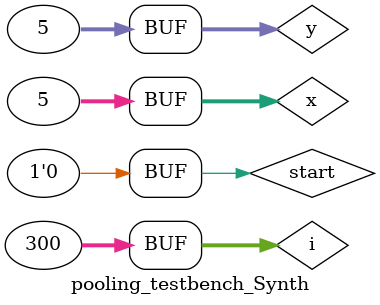
<source format=sv>
module pooling_testbench_Synth();

    localparam N = 5; 

    shortint image_in[0:4][0:4] ;
    reg start;
    shortint pixel_out;
    wire finish;

    localparam period = 100; 

    Pooling_2x2_Synth POOL1  (start, image_in[0][0] , image_in[0][1] , image_in[0][2] , 
      image_in[0][3] , image_in[0][4] , image_in[1][0] , image_in[1][1] , 
      image_in[1][2] , image_in[1][3] , image_in[1][4] , image_in[2][0] , 
      image_in[2][1] , image_in[2][2] , image_in[2][3] , image_in[2][4] , 
      image_in[3][0] , image_in[3][1] , image_in[3][2] , image_in[3][3] , 
      image_in[3][4] , image_in[4][0] , image_in[4][1] , image_in[4][2] , 
      image_in[4][3] , image_in[4][4] , finish, pixel_out);
    
    integer i,j,x,y;
    
    initial
    begin
      start = 0;
      #period
        
      for(i=0; i<300; i=i+1) begin
        start = 1;
        // Set the input image
        for(x=0; x<N; x=x+1) begin
          for(y=0; y<N; y=y+1) begin
            image_in[x][y] = $urandom%100;
          end
        end

        #period;

        if ( (image_in[0][0]+image_in[0][1]+image_in[1][0]+image_in[1][1])/4 != pixel_out) $display("Error value in Pooling");
        if ( finish != 1) $display("Error did not finish");
        start = 0;

        #period 
        if ( finish != 0) $display("Error did not reset");
        
      end
    end
endmodule

</source>
